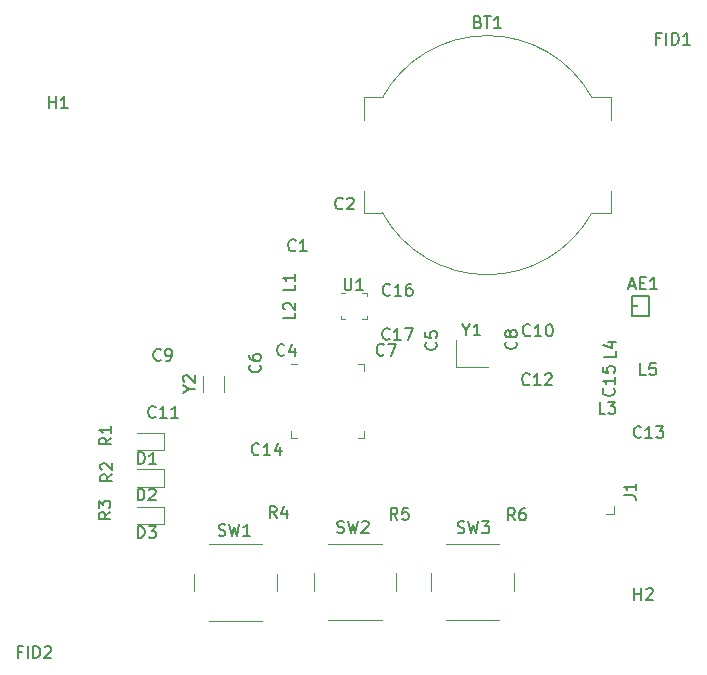
<source format=gbr>
G04 #@! TF.GenerationSoftware,KiCad,Pcbnew,(5.1.5)-3*
G04 #@! TF.CreationDate,2020-02-29T16:25:42-03:00*
G04 #@! TF.ProjectId,BKR01AT,424b5230-3141-4542-9e6b-696361645f70,rev?*
G04 #@! TF.SameCoordinates,Original*
G04 #@! TF.FileFunction,Legend,Top*
G04 #@! TF.FilePolarity,Positive*
%FSLAX46Y46*%
G04 Gerber Fmt 4.6, Leading zero omitted, Abs format (unit mm)*
G04 Created by KiCad (PCBNEW (5.1.5)-3) date 2020-02-29 16:25:42*
%MOMM*%
%LPD*%
G04 APERTURE LIST*
%ADD10C,0.120000*%
%ADD11C,0.010000*%
%ADD12C,0.127000*%
%ADD13C,0.150000*%
G04 APERTURE END LIST*
D10*
X136970800Y-92579500D02*
X136970800Y-91229500D01*
X138720800Y-92579500D02*
X138720800Y-91229500D01*
X158390600Y-90519900D02*
X161090600Y-90519900D01*
X158390600Y-88219900D02*
X158390600Y-90519900D01*
X149023000Y-84221300D02*
X148623000Y-84221300D01*
X150843000Y-86441300D02*
X150843000Y-86216300D01*
X150443000Y-86441300D02*
X150843000Y-86441300D01*
X148623000Y-86441300D02*
X148623000Y-86216300D01*
X149023000Y-86441300D02*
X148623000Y-86441300D01*
X150843000Y-84221300D02*
X150843000Y-84446300D01*
X150443000Y-84221300D02*
X150843000Y-84221300D01*
X163277500Y-109451400D02*
X163277500Y-107951400D01*
X162027500Y-105451400D02*
X157527500Y-105451400D01*
X156277500Y-107951400D02*
X156277500Y-109451400D01*
X157527500Y-111951400D02*
X162027500Y-111951400D01*
X153346100Y-109451400D02*
X153346100Y-107951400D01*
X152096100Y-105451400D02*
X147596100Y-105451400D01*
X146346100Y-107951400D02*
X146346100Y-109451400D01*
X147596100Y-111951400D02*
X152096100Y-111951400D01*
X143198800Y-109489500D02*
X143198800Y-107989500D01*
X141948800Y-105489500D02*
X137448800Y-105489500D01*
X136198800Y-107989500D02*
X136198800Y-109489500D01*
X137448800Y-111989500D02*
X141948800Y-111989500D01*
X144963200Y-90273100D02*
X144413200Y-90273100D01*
X150633200Y-96493100D02*
X150633200Y-95943100D01*
X150083200Y-96493100D02*
X150633200Y-96493100D01*
X144413200Y-96493100D02*
X144413200Y-95943100D01*
X144963200Y-96493100D02*
X144413200Y-96493100D01*
X150633200Y-90273100D02*
X150633200Y-90823100D01*
X150083200Y-90273100D02*
X150633200Y-90273100D01*
X171742100Y-102298500D02*
X171742100Y-102933500D01*
X171742100Y-102933500D02*
X171107100Y-102933500D01*
X133679200Y-102350900D02*
X131394200Y-102350900D01*
X133679200Y-103820900D02*
X133679200Y-102350900D01*
X131394200Y-103820900D02*
X133679200Y-103820900D01*
X133666700Y-99163200D02*
X131381700Y-99163200D01*
X133666700Y-100633200D02*
X133666700Y-99163200D01*
X131381700Y-100633200D02*
X133666700Y-100633200D01*
X133704600Y-96089800D02*
X131419600Y-96089800D01*
X133704600Y-97559800D02*
X133704600Y-96089800D01*
X131419600Y-97559800D02*
X133704600Y-97559800D01*
X169901021Y-77436268D02*
G75*
G02X152173090Y-77440100I-8865021J4881168D01*
G01*
X152173090Y-67670100D02*
G75*
G02X169898910Y-67670100I8862910J-4885000D01*
G01*
X171506000Y-77440100D02*
X169898910Y-77440100D01*
X150566000Y-77440100D02*
X152173090Y-77440100D01*
X171506000Y-67670100D02*
X169898910Y-67670100D01*
X171506000Y-75555100D02*
X171506000Y-77440100D01*
X150566000Y-75555100D02*
X150566000Y-77440100D01*
X171506000Y-69555100D02*
X171506000Y-67670100D01*
X150566000Y-69555100D02*
X150566000Y-67670100D01*
X150566000Y-67670100D02*
X152173090Y-67670100D01*
D11*
G36*
X173355000Y-85217000D02*
G01*
X173736000Y-85217000D01*
X173736000Y-85344000D01*
X173355000Y-85344000D01*
X173355000Y-85217000D01*
G37*
X173355000Y-85217000D02*
X173736000Y-85217000D01*
X173736000Y-85344000D01*
X173355000Y-85344000D01*
X173355000Y-85217000D01*
D12*
X174740000Y-84484000D02*
X173260000Y-84484000D01*
X174740000Y-86184000D02*
X174740000Y-84484000D01*
X173260000Y-86184000D02*
X174740000Y-86184000D01*
X173260000Y-84484000D02*
X173260000Y-86184000D01*
D13*
X135821990Y-92380690D02*
X136298180Y-92380690D01*
X135298180Y-92714023D02*
X135821990Y-92380690D01*
X135298180Y-92047357D01*
X135393419Y-91761642D02*
X135345800Y-91714023D01*
X135298180Y-91618785D01*
X135298180Y-91380690D01*
X135345800Y-91285452D01*
X135393419Y-91237833D01*
X135488657Y-91190214D01*
X135583895Y-91190214D01*
X135726752Y-91237833D01*
X136298180Y-91809261D01*
X136298180Y-91190214D01*
X159264409Y-87346090D02*
X159264409Y-87822280D01*
X158931076Y-86822280D02*
X159264409Y-87346090D01*
X159597742Y-86822280D01*
X160454885Y-87822280D02*
X159883457Y-87822280D01*
X160169171Y-87822280D02*
X160169171Y-86822280D01*
X160073933Y-86965138D01*
X159978695Y-87060376D01*
X159883457Y-87107995D01*
X148971095Y-82983680D02*
X148971095Y-83793204D01*
X149018714Y-83888442D01*
X149066333Y-83936061D01*
X149161571Y-83983680D01*
X149352047Y-83983680D01*
X149447285Y-83936061D01*
X149494904Y-83888442D01*
X149542523Y-83793204D01*
X149542523Y-82983680D01*
X150542523Y-83983680D02*
X149971095Y-83983680D01*
X150256809Y-83983680D02*
X150256809Y-82983680D01*
X150161571Y-83126538D01*
X150066333Y-83221776D01*
X149971095Y-83269395D01*
X158534266Y-104519361D02*
X158677123Y-104566980D01*
X158915219Y-104566980D01*
X159010457Y-104519361D01*
X159058076Y-104471742D01*
X159105695Y-104376504D01*
X159105695Y-104281266D01*
X159058076Y-104186028D01*
X159010457Y-104138409D01*
X158915219Y-104090790D01*
X158724742Y-104043171D01*
X158629504Y-103995552D01*
X158581885Y-103947933D01*
X158534266Y-103852695D01*
X158534266Y-103757457D01*
X158581885Y-103662219D01*
X158629504Y-103614600D01*
X158724742Y-103566980D01*
X158962838Y-103566980D01*
X159105695Y-103614600D01*
X159439028Y-103566980D02*
X159677123Y-104566980D01*
X159867600Y-103852695D01*
X160058076Y-104566980D01*
X160296171Y-103566980D01*
X160581885Y-103566980D02*
X161200933Y-103566980D01*
X160867600Y-103947933D01*
X161010457Y-103947933D01*
X161105695Y-103995552D01*
X161153314Y-104043171D01*
X161200933Y-104138409D01*
X161200933Y-104376504D01*
X161153314Y-104471742D01*
X161105695Y-104519361D01*
X161010457Y-104566980D01*
X160724742Y-104566980D01*
X160629504Y-104519361D01*
X160581885Y-104471742D01*
X148336166Y-104481261D02*
X148479023Y-104528880D01*
X148717119Y-104528880D01*
X148812357Y-104481261D01*
X148859976Y-104433642D01*
X148907595Y-104338404D01*
X148907595Y-104243166D01*
X148859976Y-104147928D01*
X148812357Y-104100309D01*
X148717119Y-104052690D01*
X148526642Y-104005071D01*
X148431404Y-103957452D01*
X148383785Y-103909833D01*
X148336166Y-103814595D01*
X148336166Y-103719357D01*
X148383785Y-103624119D01*
X148431404Y-103576500D01*
X148526642Y-103528880D01*
X148764738Y-103528880D01*
X148907595Y-103576500D01*
X149240928Y-103528880D02*
X149479023Y-104528880D01*
X149669500Y-103814595D01*
X149859976Y-104528880D01*
X150098071Y-103528880D01*
X150431404Y-103624119D02*
X150479023Y-103576500D01*
X150574261Y-103528880D01*
X150812357Y-103528880D01*
X150907595Y-103576500D01*
X150955214Y-103624119D01*
X151002833Y-103719357D01*
X151002833Y-103814595D01*
X150955214Y-103957452D01*
X150383785Y-104528880D01*
X151002833Y-104528880D01*
X138290466Y-104735261D02*
X138433323Y-104782880D01*
X138671419Y-104782880D01*
X138766657Y-104735261D01*
X138814276Y-104687642D01*
X138861895Y-104592404D01*
X138861895Y-104497166D01*
X138814276Y-104401928D01*
X138766657Y-104354309D01*
X138671419Y-104306690D01*
X138480942Y-104259071D01*
X138385704Y-104211452D01*
X138338085Y-104163833D01*
X138290466Y-104068595D01*
X138290466Y-103973357D01*
X138338085Y-103878119D01*
X138385704Y-103830500D01*
X138480942Y-103782880D01*
X138719038Y-103782880D01*
X138861895Y-103830500D01*
X139195228Y-103782880D02*
X139433323Y-104782880D01*
X139623800Y-104068595D01*
X139814276Y-104782880D01*
X140052371Y-103782880D01*
X140957133Y-104782880D02*
X140385704Y-104782880D01*
X140671419Y-104782880D02*
X140671419Y-103782880D01*
X140576180Y-103925738D01*
X140480942Y-104020976D01*
X140385704Y-104068595D01*
X163373633Y-103462080D02*
X163040300Y-102985890D01*
X162802204Y-103462080D02*
X162802204Y-102462080D01*
X163183157Y-102462080D01*
X163278395Y-102509700D01*
X163326014Y-102557319D01*
X163373633Y-102652557D01*
X163373633Y-102795414D01*
X163326014Y-102890652D01*
X163278395Y-102938271D01*
X163183157Y-102985890D01*
X162802204Y-102985890D01*
X164230776Y-102462080D02*
X164040300Y-102462080D01*
X163945061Y-102509700D01*
X163897442Y-102557319D01*
X163802204Y-102700176D01*
X163754585Y-102890652D01*
X163754585Y-103271604D01*
X163802204Y-103366842D01*
X163849823Y-103414461D01*
X163945061Y-103462080D01*
X164135538Y-103462080D01*
X164230776Y-103414461D01*
X164278395Y-103366842D01*
X164326014Y-103271604D01*
X164326014Y-103033509D01*
X164278395Y-102938271D01*
X164230776Y-102890652D01*
X164135538Y-102843033D01*
X163945061Y-102843033D01*
X163849823Y-102890652D01*
X163802204Y-102938271D01*
X163754585Y-103033509D01*
X153439833Y-103423980D02*
X153106500Y-102947790D01*
X152868404Y-103423980D02*
X152868404Y-102423980D01*
X153249357Y-102423980D01*
X153344595Y-102471600D01*
X153392214Y-102519219D01*
X153439833Y-102614457D01*
X153439833Y-102757314D01*
X153392214Y-102852552D01*
X153344595Y-102900171D01*
X153249357Y-102947790D01*
X152868404Y-102947790D01*
X154344595Y-102423980D02*
X153868404Y-102423980D01*
X153820785Y-102900171D01*
X153868404Y-102852552D01*
X153963642Y-102804933D01*
X154201738Y-102804933D01*
X154296976Y-102852552D01*
X154344595Y-102900171D01*
X154392214Y-102995409D01*
X154392214Y-103233504D01*
X154344595Y-103328742D01*
X154296976Y-103376361D01*
X154201738Y-103423980D01*
X153963642Y-103423980D01*
X153868404Y-103376361D01*
X153820785Y-103328742D01*
X143208433Y-103284280D02*
X142875100Y-102808090D01*
X142637004Y-103284280D02*
X142637004Y-102284280D01*
X143017957Y-102284280D01*
X143113195Y-102331900D01*
X143160814Y-102379519D01*
X143208433Y-102474757D01*
X143208433Y-102617614D01*
X143160814Y-102712852D01*
X143113195Y-102760471D01*
X143017957Y-102808090D01*
X142637004Y-102808090D01*
X144065576Y-102617614D02*
X144065576Y-103284280D01*
X143827480Y-102236661D02*
X143589385Y-102950947D01*
X144208433Y-102950947D01*
X129139880Y-102767566D02*
X128663690Y-103100900D01*
X129139880Y-103338995D02*
X128139880Y-103338995D01*
X128139880Y-102958042D01*
X128187500Y-102862804D01*
X128235119Y-102815185D01*
X128330357Y-102767566D01*
X128473214Y-102767566D01*
X128568452Y-102815185D01*
X128616071Y-102862804D01*
X128663690Y-102958042D01*
X128663690Y-103338995D01*
X128139880Y-102434233D02*
X128139880Y-101815185D01*
X128520833Y-102148519D01*
X128520833Y-102005661D01*
X128568452Y-101910423D01*
X128616071Y-101862804D01*
X128711309Y-101815185D01*
X128949404Y-101815185D01*
X129044642Y-101862804D01*
X129092261Y-101910423D01*
X129139880Y-102005661D01*
X129139880Y-102291376D01*
X129092261Y-102386614D01*
X129044642Y-102434233D01*
X129292280Y-99579866D02*
X128816090Y-99913200D01*
X129292280Y-100151295D02*
X128292280Y-100151295D01*
X128292280Y-99770342D01*
X128339900Y-99675104D01*
X128387519Y-99627485D01*
X128482757Y-99579866D01*
X128625614Y-99579866D01*
X128720852Y-99627485D01*
X128768471Y-99675104D01*
X128816090Y-99770342D01*
X128816090Y-100151295D01*
X128387519Y-99198914D02*
X128339900Y-99151295D01*
X128292280Y-99056057D01*
X128292280Y-98817961D01*
X128339900Y-98722723D01*
X128387519Y-98675104D01*
X128482757Y-98627485D01*
X128577995Y-98627485D01*
X128720852Y-98675104D01*
X129292280Y-99246533D01*
X129292280Y-98627485D01*
X129203380Y-96481066D02*
X128727190Y-96814400D01*
X129203380Y-97052495D02*
X128203380Y-97052495D01*
X128203380Y-96671542D01*
X128251000Y-96576304D01*
X128298619Y-96528685D01*
X128393857Y-96481066D01*
X128536714Y-96481066D01*
X128631952Y-96528685D01*
X128679571Y-96576304D01*
X128727190Y-96671542D01*
X128727190Y-97052495D01*
X129203380Y-95528685D02*
X129203380Y-96100114D01*
X129203380Y-95814400D02*
X128203380Y-95814400D01*
X128346238Y-95909638D01*
X128441476Y-96004876D01*
X128489095Y-96100114D01*
X174483733Y-91155780D02*
X174007542Y-91155780D01*
X174007542Y-90155780D01*
X175293257Y-90155780D02*
X174817066Y-90155780D01*
X174769447Y-90631971D01*
X174817066Y-90584352D01*
X174912304Y-90536733D01*
X175150400Y-90536733D01*
X175245638Y-90584352D01*
X175293257Y-90631971D01*
X175340876Y-90727209D01*
X175340876Y-90965304D01*
X175293257Y-91060542D01*
X175245638Y-91108161D01*
X175150400Y-91155780D01*
X174912304Y-91155780D01*
X174817066Y-91108161D01*
X174769447Y-91060542D01*
X171926180Y-89155566D02*
X171926180Y-89631757D01*
X170926180Y-89631757D01*
X171259514Y-88393661D02*
X171926180Y-88393661D01*
X170878561Y-88631757D02*
X171592847Y-88869852D01*
X171592847Y-88250804D01*
X171033333Y-94452380D02*
X170557142Y-94452380D01*
X170557142Y-93452380D01*
X171271428Y-93452380D02*
X171890476Y-93452380D01*
X171557142Y-93833333D01*
X171700000Y-93833333D01*
X171795238Y-93880952D01*
X171842857Y-93928571D01*
X171890476Y-94023809D01*
X171890476Y-94261904D01*
X171842857Y-94357142D01*
X171795238Y-94404761D01*
X171700000Y-94452380D01*
X171414285Y-94452380D01*
X171319047Y-94404761D01*
X171271428Y-94357142D01*
X144787880Y-85891666D02*
X144787880Y-86367857D01*
X143787880Y-86367857D01*
X143883119Y-85605952D02*
X143835500Y-85558333D01*
X143787880Y-85463095D01*
X143787880Y-85225000D01*
X143835500Y-85129761D01*
X143883119Y-85082142D01*
X143978357Y-85034523D01*
X144073595Y-85034523D01*
X144216452Y-85082142D01*
X144787880Y-85653571D01*
X144787880Y-85034523D01*
X144749780Y-83516766D02*
X144749780Y-83992957D01*
X143749780Y-83992957D01*
X144749780Y-82659623D02*
X144749780Y-83231052D01*
X144749780Y-82945338D02*
X143749780Y-82945338D01*
X143892638Y-83040576D01*
X143987876Y-83135814D01*
X144035495Y-83231052D01*
X172624480Y-101361833D02*
X173338766Y-101361833D01*
X173481623Y-101409452D01*
X173576861Y-101504690D01*
X173624480Y-101647547D01*
X173624480Y-101742785D01*
X173624480Y-100361833D02*
X173624480Y-100933261D01*
X173624480Y-100647547D02*
X172624480Y-100647547D01*
X172767338Y-100742785D01*
X172862576Y-100838023D01*
X172910195Y-100933261D01*
X173494795Y-110209480D02*
X173494795Y-109209480D01*
X173494795Y-109685671D02*
X174066223Y-109685671D01*
X174066223Y-110209480D02*
X174066223Y-109209480D01*
X174494795Y-109304719D02*
X174542414Y-109257100D01*
X174637652Y-109209480D01*
X174875747Y-109209480D01*
X174970985Y-109257100D01*
X175018604Y-109304719D01*
X175066223Y-109399957D01*
X175066223Y-109495195D01*
X175018604Y-109638052D01*
X174447176Y-110209480D01*
X175066223Y-110209480D01*
X123952095Y-68575180D02*
X123952095Y-67575180D01*
X123952095Y-68051371D02*
X124523523Y-68051371D01*
X124523523Y-68575180D02*
X124523523Y-67575180D01*
X125523523Y-68575180D02*
X124952095Y-68575180D01*
X125237809Y-68575180D02*
X125237809Y-67575180D01*
X125142571Y-67718038D01*
X125047333Y-67813276D01*
X124952095Y-67860895D01*
X121623271Y-114608171D02*
X121289938Y-114608171D01*
X121289938Y-115131980D02*
X121289938Y-114131980D01*
X121766128Y-114131980D01*
X122147080Y-115131980D02*
X122147080Y-114131980D01*
X122623271Y-115131980D02*
X122623271Y-114131980D01*
X122861366Y-114131980D01*
X123004223Y-114179600D01*
X123099461Y-114274838D01*
X123147080Y-114370076D01*
X123194700Y-114560552D01*
X123194700Y-114703409D01*
X123147080Y-114893885D01*
X123099461Y-114989123D01*
X123004223Y-115084361D01*
X122861366Y-115131980D01*
X122623271Y-115131980D01*
X123575652Y-114227219D02*
X123623271Y-114179600D01*
X123718509Y-114131980D01*
X123956604Y-114131980D01*
X124051842Y-114179600D01*
X124099461Y-114227219D01*
X124147080Y-114322457D01*
X124147080Y-114417695D01*
X124099461Y-114560552D01*
X123528033Y-115131980D01*
X124147080Y-115131980D01*
X175674471Y-62666571D02*
X175341138Y-62666571D01*
X175341138Y-63190380D02*
X175341138Y-62190380D01*
X175817328Y-62190380D01*
X176198280Y-63190380D02*
X176198280Y-62190380D01*
X176674471Y-63190380D02*
X176674471Y-62190380D01*
X176912566Y-62190380D01*
X177055423Y-62238000D01*
X177150661Y-62333238D01*
X177198280Y-62428476D01*
X177245900Y-62618952D01*
X177245900Y-62761809D01*
X177198280Y-62952285D01*
X177150661Y-63047523D01*
X177055423Y-63142761D01*
X176912566Y-63190380D01*
X176674471Y-63190380D01*
X178198280Y-63190380D02*
X177626852Y-63190380D01*
X177912566Y-63190380D02*
X177912566Y-62190380D01*
X177817328Y-62333238D01*
X177722090Y-62428476D01*
X177626852Y-62476095D01*
X131456104Y-104968280D02*
X131456104Y-103968280D01*
X131694200Y-103968280D01*
X131837057Y-104015900D01*
X131932295Y-104111138D01*
X131979914Y-104206376D01*
X132027533Y-104396852D01*
X132027533Y-104539709D01*
X131979914Y-104730185D01*
X131932295Y-104825423D01*
X131837057Y-104920661D01*
X131694200Y-104968280D01*
X131456104Y-104968280D01*
X132360866Y-103968280D02*
X132979914Y-103968280D01*
X132646580Y-104349233D01*
X132789438Y-104349233D01*
X132884676Y-104396852D01*
X132932295Y-104444471D01*
X132979914Y-104539709D01*
X132979914Y-104777804D01*
X132932295Y-104873042D01*
X132884676Y-104920661D01*
X132789438Y-104968280D01*
X132503723Y-104968280D01*
X132408485Y-104920661D01*
X132360866Y-104873042D01*
X131443604Y-101780580D02*
X131443604Y-100780580D01*
X131681700Y-100780580D01*
X131824557Y-100828200D01*
X131919795Y-100923438D01*
X131967414Y-101018676D01*
X132015033Y-101209152D01*
X132015033Y-101352009D01*
X131967414Y-101542485D01*
X131919795Y-101637723D01*
X131824557Y-101732961D01*
X131681700Y-101780580D01*
X131443604Y-101780580D01*
X132395985Y-100875819D02*
X132443604Y-100828200D01*
X132538842Y-100780580D01*
X132776938Y-100780580D01*
X132872176Y-100828200D01*
X132919795Y-100875819D01*
X132967414Y-100971057D01*
X132967414Y-101066295D01*
X132919795Y-101209152D01*
X132348366Y-101780580D01*
X132967414Y-101780580D01*
X131481504Y-98707180D02*
X131481504Y-97707180D01*
X131719600Y-97707180D01*
X131862457Y-97754800D01*
X131957695Y-97850038D01*
X132005314Y-97945276D01*
X132052933Y-98135752D01*
X132052933Y-98278609D01*
X132005314Y-98469085D01*
X131957695Y-98564323D01*
X131862457Y-98659561D01*
X131719600Y-98707180D01*
X131481504Y-98707180D01*
X133005314Y-98707180D02*
X132433885Y-98707180D01*
X132719600Y-98707180D02*
X132719600Y-97707180D01*
X132624361Y-97850038D01*
X132529123Y-97945276D01*
X132433885Y-97992895D01*
X152773142Y-88114142D02*
X152725523Y-88161761D01*
X152582666Y-88209380D01*
X152487428Y-88209380D01*
X152344571Y-88161761D01*
X152249333Y-88066523D01*
X152201714Y-87971285D01*
X152154095Y-87780809D01*
X152154095Y-87637952D01*
X152201714Y-87447476D01*
X152249333Y-87352238D01*
X152344571Y-87257000D01*
X152487428Y-87209380D01*
X152582666Y-87209380D01*
X152725523Y-87257000D01*
X152773142Y-87304619D01*
X153725523Y-88209380D02*
X153154095Y-88209380D01*
X153439809Y-88209380D02*
X153439809Y-87209380D01*
X153344571Y-87352238D01*
X153249333Y-87447476D01*
X153154095Y-87495095D01*
X154058857Y-87209380D02*
X154725523Y-87209380D01*
X154296952Y-88209380D01*
X152811242Y-84354942D02*
X152763623Y-84402561D01*
X152620766Y-84450180D01*
X152525528Y-84450180D01*
X152382671Y-84402561D01*
X152287433Y-84307323D01*
X152239814Y-84212085D01*
X152192195Y-84021609D01*
X152192195Y-83878752D01*
X152239814Y-83688276D01*
X152287433Y-83593038D01*
X152382671Y-83497800D01*
X152525528Y-83450180D01*
X152620766Y-83450180D01*
X152763623Y-83497800D01*
X152811242Y-83545419D01*
X153763623Y-84450180D02*
X153192195Y-84450180D01*
X153477909Y-84450180D02*
X153477909Y-83450180D01*
X153382671Y-83593038D01*
X153287433Y-83688276D01*
X153192195Y-83735895D01*
X154620766Y-83450180D02*
X154430290Y-83450180D01*
X154335052Y-83497800D01*
X154287433Y-83545419D01*
X154192195Y-83688276D01*
X154144576Y-83878752D01*
X154144576Y-84259704D01*
X154192195Y-84354942D01*
X154239814Y-84402561D01*
X154335052Y-84450180D01*
X154525528Y-84450180D01*
X154620766Y-84402561D01*
X154668385Y-84354942D01*
X154716004Y-84259704D01*
X154716004Y-84021609D01*
X154668385Y-83926371D01*
X154620766Y-83878752D01*
X154525528Y-83831133D01*
X154335052Y-83831133D01*
X154239814Y-83878752D01*
X154192195Y-83926371D01*
X154144576Y-84021609D01*
X171730942Y-92311457D02*
X171778561Y-92359076D01*
X171826180Y-92501933D01*
X171826180Y-92597171D01*
X171778561Y-92740028D01*
X171683323Y-92835266D01*
X171588085Y-92882885D01*
X171397609Y-92930504D01*
X171254752Y-92930504D01*
X171064276Y-92882885D01*
X170969038Y-92835266D01*
X170873800Y-92740028D01*
X170826180Y-92597171D01*
X170826180Y-92501933D01*
X170873800Y-92359076D01*
X170921419Y-92311457D01*
X171826180Y-91359076D02*
X171826180Y-91930504D01*
X171826180Y-91644790D02*
X170826180Y-91644790D01*
X170969038Y-91740028D01*
X171064276Y-91835266D01*
X171111895Y-91930504D01*
X170826180Y-90454314D02*
X170826180Y-90930504D01*
X171302371Y-90978123D01*
X171254752Y-90930504D01*
X171207133Y-90835266D01*
X171207133Y-90597171D01*
X171254752Y-90501933D01*
X171302371Y-90454314D01*
X171397609Y-90406695D01*
X171635704Y-90406695D01*
X171730942Y-90454314D01*
X171778561Y-90501933D01*
X171826180Y-90597171D01*
X171826180Y-90835266D01*
X171778561Y-90930504D01*
X171730942Y-90978123D01*
X141721742Y-97856642D02*
X141674123Y-97904261D01*
X141531266Y-97951880D01*
X141436028Y-97951880D01*
X141293171Y-97904261D01*
X141197933Y-97809023D01*
X141150314Y-97713785D01*
X141102695Y-97523309D01*
X141102695Y-97380452D01*
X141150314Y-97189976D01*
X141197933Y-97094738D01*
X141293171Y-96999500D01*
X141436028Y-96951880D01*
X141531266Y-96951880D01*
X141674123Y-96999500D01*
X141721742Y-97047119D01*
X142674123Y-97951880D02*
X142102695Y-97951880D01*
X142388409Y-97951880D02*
X142388409Y-96951880D01*
X142293171Y-97094738D01*
X142197933Y-97189976D01*
X142102695Y-97237595D01*
X143531266Y-97285214D02*
X143531266Y-97951880D01*
X143293171Y-96904261D02*
X143055076Y-97618547D01*
X143674123Y-97618547D01*
X174058342Y-96407242D02*
X174010723Y-96454861D01*
X173867866Y-96502480D01*
X173772628Y-96502480D01*
X173629771Y-96454861D01*
X173534533Y-96359623D01*
X173486914Y-96264385D01*
X173439295Y-96073909D01*
X173439295Y-95931052D01*
X173486914Y-95740576D01*
X173534533Y-95645338D01*
X173629771Y-95550100D01*
X173772628Y-95502480D01*
X173867866Y-95502480D01*
X174010723Y-95550100D01*
X174058342Y-95597719D01*
X175010723Y-96502480D02*
X174439295Y-96502480D01*
X174725009Y-96502480D02*
X174725009Y-95502480D01*
X174629771Y-95645338D01*
X174534533Y-95740576D01*
X174439295Y-95788195D01*
X175344057Y-95502480D02*
X175963104Y-95502480D01*
X175629771Y-95883433D01*
X175772628Y-95883433D01*
X175867866Y-95931052D01*
X175915485Y-95978671D01*
X175963104Y-96073909D01*
X175963104Y-96312004D01*
X175915485Y-96407242D01*
X175867866Y-96454861D01*
X175772628Y-96502480D01*
X175486914Y-96502480D01*
X175391676Y-96454861D01*
X175344057Y-96407242D01*
X164619842Y-91938442D02*
X164572223Y-91986061D01*
X164429366Y-92033680D01*
X164334128Y-92033680D01*
X164191271Y-91986061D01*
X164096033Y-91890823D01*
X164048414Y-91795585D01*
X164000795Y-91605109D01*
X164000795Y-91462252D01*
X164048414Y-91271776D01*
X164096033Y-91176538D01*
X164191271Y-91081300D01*
X164334128Y-91033680D01*
X164429366Y-91033680D01*
X164572223Y-91081300D01*
X164619842Y-91128919D01*
X165572223Y-92033680D02*
X165000795Y-92033680D01*
X165286509Y-92033680D02*
X165286509Y-91033680D01*
X165191271Y-91176538D01*
X165096033Y-91271776D01*
X165000795Y-91319395D01*
X165953176Y-91128919D02*
X166000795Y-91081300D01*
X166096033Y-91033680D01*
X166334128Y-91033680D01*
X166429366Y-91081300D01*
X166476985Y-91128919D01*
X166524604Y-91224157D01*
X166524604Y-91319395D01*
X166476985Y-91462252D01*
X165905557Y-92033680D01*
X166524604Y-92033680D01*
X132958742Y-94694342D02*
X132911123Y-94741961D01*
X132768266Y-94789580D01*
X132673028Y-94789580D01*
X132530171Y-94741961D01*
X132434933Y-94646723D01*
X132387314Y-94551485D01*
X132339695Y-94361009D01*
X132339695Y-94218152D01*
X132387314Y-94027676D01*
X132434933Y-93932438D01*
X132530171Y-93837200D01*
X132673028Y-93789580D01*
X132768266Y-93789580D01*
X132911123Y-93837200D01*
X132958742Y-93884819D01*
X133911123Y-94789580D02*
X133339695Y-94789580D01*
X133625409Y-94789580D02*
X133625409Y-93789580D01*
X133530171Y-93932438D01*
X133434933Y-94027676D01*
X133339695Y-94075295D01*
X134863504Y-94789580D02*
X134292076Y-94789580D01*
X134577790Y-94789580D02*
X134577790Y-93789580D01*
X134482552Y-93932438D01*
X134387314Y-94027676D01*
X134292076Y-94075295D01*
X164673042Y-87786342D02*
X164625423Y-87833961D01*
X164482566Y-87881580D01*
X164387328Y-87881580D01*
X164244471Y-87833961D01*
X164149233Y-87738723D01*
X164101614Y-87643485D01*
X164053995Y-87453009D01*
X164053995Y-87310152D01*
X164101614Y-87119676D01*
X164149233Y-87024438D01*
X164244471Y-86929200D01*
X164387328Y-86881580D01*
X164482566Y-86881580D01*
X164625423Y-86929200D01*
X164673042Y-86976819D01*
X165625423Y-87881580D02*
X165053995Y-87881580D01*
X165339709Y-87881580D02*
X165339709Y-86881580D01*
X165244471Y-87024438D01*
X165149233Y-87119676D01*
X165053995Y-87167295D01*
X166244471Y-86881580D02*
X166339709Y-86881580D01*
X166434947Y-86929200D01*
X166482566Y-86976819D01*
X166530185Y-87072057D01*
X166577804Y-87262533D01*
X166577804Y-87500628D01*
X166530185Y-87691104D01*
X166482566Y-87786342D01*
X166434947Y-87833961D01*
X166339709Y-87881580D01*
X166244471Y-87881580D01*
X166149233Y-87833961D01*
X166101614Y-87786342D01*
X166053995Y-87691104D01*
X166006376Y-87500628D01*
X166006376Y-87262533D01*
X166053995Y-87072057D01*
X166101614Y-86976819D01*
X166149233Y-86929200D01*
X166244471Y-86881580D01*
X133399233Y-89866742D02*
X133351614Y-89914361D01*
X133208757Y-89961980D01*
X133113519Y-89961980D01*
X132970661Y-89914361D01*
X132875423Y-89819123D01*
X132827804Y-89723885D01*
X132780185Y-89533409D01*
X132780185Y-89390552D01*
X132827804Y-89200076D01*
X132875423Y-89104838D01*
X132970661Y-89009600D01*
X133113519Y-88961980D01*
X133208757Y-88961980D01*
X133351614Y-89009600D01*
X133399233Y-89057219D01*
X133875423Y-89961980D02*
X134065900Y-89961980D01*
X134161138Y-89914361D01*
X134208757Y-89866742D01*
X134303995Y-89723885D01*
X134351614Y-89533409D01*
X134351614Y-89152457D01*
X134303995Y-89057219D01*
X134256376Y-89009600D01*
X134161138Y-88961980D01*
X133970661Y-88961980D01*
X133875423Y-89009600D01*
X133827804Y-89057219D01*
X133780185Y-89152457D01*
X133780185Y-89390552D01*
X133827804Y-89485790D01*
X133875423Y-89533409D01*
X133970661Y-89581028D01*
X134161138Y-89581028D01*
X134256376Y-89533409D01*
X134303995Y-89485790D01*
X134351614Y-89390552D01*
X163452142Y-88345166D02*
X163499761Y-88392785D01*
X163547380Y-88535642D01*
X163547380Y-88630880D01*
X163499761Y-88773738D01*
X163404523Y-88868976D01*
X163309285Y-88916595D01*
X163118809Y-88964214D01*
X162975952Y-88964214D01*
X162785476Y-88916595D01*
X162690238Y-88868976D01*
X162595000Y-88773738D01*
X162547380Y-88630880D01*
X162547380Y-88535642D01*
X162595000Y-88392785D01*
X162642619Y-88345166D01*
X162975952Y-87773738D02*
X162928333Y-87868976D01*
X162880714Y-87916595D01*
X162785476Y-87964214D01*
X162737857Y-87964214D01*
X162642619Y-87916595D01*
X162595000Y-87868976D01*
X162547380Y-87773738D01*
X162547380Y-87583261D01*
X162595000Y-87488023D01*
X162642619Y-87440404D01*
X162737857Y-87392785D01*
X162785476Y-87392785D01*
X162880714Y-87440404D01*
X162928333Y-87488023D01*
X162975952Y-87583261D01*
X162975952Y-87773738D01*
X163023571Y-87868976D01*
X163071190Y-87916595D01*
X163166428Y-87964214D01*
X163356904Y-87964214D01*
X163452142Y-87916595D01*
X163499761Y-87868976D01*
X163547380Y-87773738D01*
X163547380Y-87583261D01*
X163499761Y-87488023D01*
X163452142Y-87440404D01*
X163356904Y-87392785D01*
X163166428Y-87392785D01*
X163071190Y-87440404D01*
X163023571Y-87488023D01*
X162975952Y-87583261D01*
X152284133Y-89433342D02*
X152236514Y-89480961D01*
X152093657Y-89528580D01*
X151998419Y-89528580D01*
X151855561Y-89480961D01*
X151760323Y-89385723D01*
X151712704Y-89290485D01*
X151665085Y-89100009D01*
X151665085Y-88957152D01*
X151712704Y-88766676D01*
X151760323Y-88671438D01*
X151855561Y-88576200D01*
X151998419Y-88528580D01*
X152093657Y-88528580D01*
X152236514Y-88576200D01*
X152284133Y-88623819D01*
X152617466Y-88528580D02*
X153284133Y-88528580D01*
X152855561Y-89528580D01*
X141770042Y-90334266D02*
X141817661Y-90381885D01*
X141865280Y-90524742D01*
X141865280Y-90619980D01*
X141817661Y-90762838D01*
X141722423Y-90858076D01*
X141627185Y-90905695D01*
X141436709Y-90953314D01*
X141293852Y-90953314D01*
X141103376Y-90905695D01*
X141008138Y-90858076D01*
X140912900Y-90762838D01*
X140865280Y-90619980D01*
X140865280Y-90524742D01*
X140912900Y-90381885D01*
X140960519Y-90334266D01*
X140865280Y-89477123D02*
X140865280Y-89667600D01*
X140912900Y-89762838D01*
X140960519Y-89810457D01*
X141103376Y-89905695D01*
X141293852Y-89953314D01*
X141674804Y-89953314D01*
X141770042Y-89905695D01*
X141817661Y-89858076D01*
X141865280Y-89762838D01*
X141865280Y-89572361D01*
X141817661Y-89477123D01*
X141770042Y-89429504D01*
X141674804Y-89381885D01*
X141436709Y-89381885D01*
X141341471Y-89429504D01*
X141293852Y-89477123D01*
X141246233Y-89572361D01*
X141246233Y-89762838D01*
X141293852Y-89858076D01*
X141341471Y-89905695D01*
X141436709Y-89953314D01*
X156681442Y-88408666D02*
X156729061Y-88456285D01*
X156776680Y-88599142D01*
X156776680Y-88694380D01*
X156729061Y-88837238D01*
X156633823Y-88932476D01*
X156538585Y-88980095D01*
X156348109Y-89027714D01*
X156205252Y-89027714D01*
X156014776Y-88980095D01*
X155919538Y-88932476D01*
X155824300Y-88837238D01*
X155776680Y-88694380D01*
X155776680Y-88599142D01*
X155824300Y-88456285D01*
X155871919Y-88408666D01*
X155776680Y-87503904D02*
X155776680Y-87980095D01*
X156252871Y-88027714D01*
X156205252Y-87980095D01*
X156157633Y-87884857D01*
X156157633Y-87646761D01*
X156205252Y-87551523D01*
X156252871Y-87503904D01*
X156348109Y-87456285D01*
X156586204Y-87456285D01*
X156681442Y-87503904D01*
X156729061Y-87551523D01*
X156776680Y-87646761D01*
X156776680Y-87884857D01*
X156729061Y-87980095D01*
X156681442Y-88027714D01*
X143874333Y-89461942D02*
X143826714Y-89509561D01*
X143683857Y-89557180D01*
X143588619Y-89557180D01*
X143445761Y-89509561D01*
X143350523Y-89414323D01*
X143302904Y-89319085D01*
X143255285Y-89128609D01*
X143255285Y-88985752D01*
X143302904Y-88795276D01*
X143350523Y-88700038D01*
X143445761Y-88604800D01*
X143588619Y-88557180D01*
X143683857Y-88557180D01*
X143826714Y-88604800D01*
X143874333Y-88652419D01*
X144731476Y-88890514D02*
X144731476Y-89557180D01*
X144493380Y-88509561D02*
X144255285Y-89223847D01*
X144874333Y-89223847D01*
X148791633Y-77050842D02*
X148744014Y-77098461D01*
X148601157Y-77146080D01*
X148505919Y-77146080D01*
X148363061Y-77098461D01*
X148267823Y-77003223D01*
X148220204Y-76907985D01*
X148172585Y-76717509D01*
X148172585Y-76574652D01*
X148220204Y-76384176D01*
X148267823Y-76288938D01*
X148363061Y-76193700D01*
X148505919Y-76146080D01*
X148601157Y-76146080D01*
X148744014Y-76193700D01*
X148791633Y-76241319D01*
X149172585Y-76241319D02*
X149220204Y-76193700D01*
X149315442Y-76146080D01*
X149553538Y-76146080D01*
X149648776Y-76193700D01*
X149696395Y-76241319D01*
X149744014Y-76336557D01*
X149744014Y-76431795D01*
X149696395Y-76574652D01*
X149124966Y-77146080D01*
X149744014Y-77146080D01*
X144814133Y-80594142D02*
X144766514Y-80641761D01*
X144623657Y-80689380D01*
X144528419Y-80689380D01*
X144385561Y-80641761D01*
X144290323Y-80546523D01*
X144242704Y-80451285D01*
X144195085Y-80260809D01*
X144195085Y-80117952D01*
X144242704Y-79927476D01*
X144290323Y-79832238D01*
X144385561Y-79737000D01*
X144528419Y-79689380D01*
X144623657Y-79689380D01*
X144766514Y-79737000D01*
X144814133Y-79784619D01*
X145766514Y-80689380D02*
X145195085Y-80689380D01*
X145480800Y-80689380D02*
X145480800Y-79689380D01*
X145385561Y-79832238D01*
X145290323Y-79927476D01*
X145195085Y-79975095D01*
X160250285Y-61283671D02*
X160393142Y-61331290D01*
X160440761Y-61378909D01*
X160488380Y-61474147D01*
X160488380Y-61617004D01*
X160440761Y-61712242D01*
X160393142Y-61759861D01*
X160297904Y-61807480D01*
X159916952Y-61807480D01*
X159916952Y-60807480D01*
X160250285Y-60807480D01*
X160345523Y-60855100D01*
X160393142Y-60902719D01*
X160440761Y-60997957D01*
X160440761Y-61093195D01*
X160393142Y-61188433D01*
X160345523Y-61236052D01*
X160250285Y-61283671D01*
X159916952Y-61283671D01*
X160774095Y-60807480D02*
X161345523Y-60807480D01*
X161059809Y-61807480D02*
X161059809Y-60807480D01*
X162202666Y-61807480D02*
X161631238Y-61807480D01*
X161916952Y-61807480D02*
X161916952Y-60807480D01*
X161821714Y-60950338D01*
X161726476Y-61045576D01*
X161631238Y-61093195D01*
X173078333Y-83625666D02*
X173554523Y-83625666D01*
X172983095Y-83911380D02*
X173316428Y-82911380D01*
X173649761Y-83911380D01*
X173983095Y-83387571D02*
X174316428Y-83387571D01*
X174459285Y-83911380D02*
X173983095Y-83911380D01*
X173983095Y-82911380D01*
X174459285Y-82911380D01*
X175411666Y-83911380D02*
X174840238Y-83911380D01*
X175125952Y-83911380D02*
X175125952Y-82911380D01*
X175030714Y-83054238D01*
X174935476Y-83149476D01*
X174840238Y-83197095D01*
M02*

</source>
